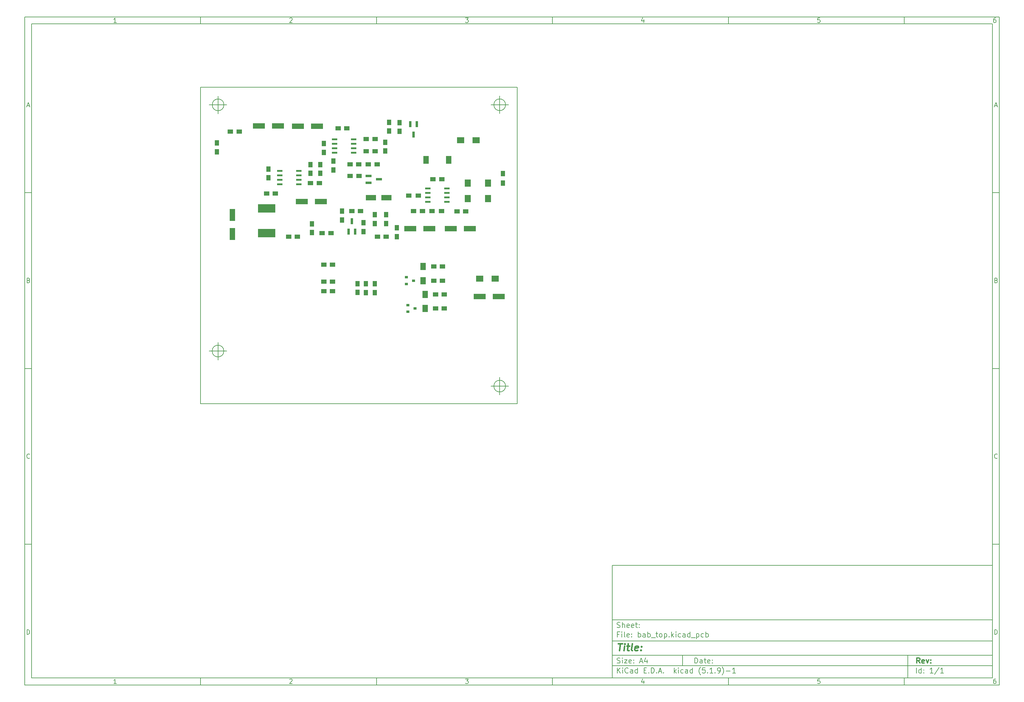
<source format=gbr>
G04 #@! TF.GenerationSoftware,KiCad,Pcbnew,(5.1.9)-1*
G04 #@! TF.CreationDate,2021-04-11T12:34:00+02:00*
G04 #@! TF.ProjectId,bab_top,6261625f-746f-4702-9e6b-696361645f70,rev?*
G04 #@! TF.SameCoordinates,Original*
G04 #@! TF.FileFunction,Paste,Top*
G04 #@! TF.FilePolarity,Positive*
%FSLAX46Y46*%
G04 Gerber Fmt 4.6, Leading zero omitted, Abs format (unit mm)*
G04 Created by KiCad (PCBNEW (5.1.9)-1) date 2021-04-11 12:34:00*
%MOMM*%
%LPD*%
G01*
G04 APERTURE LIST*
%ADD10C,0.100000*%
%ADD11C,0.150000*%
%ADD12C,0.300000*%
%ADD13C,0.400000*%
G04 #@! TA.AperFunction,Profile*
%ADD14C,0.150000*%
G04 #@! TD*
%ADD15R,3.500000X1.600000*%
%ADD16R,2.100580X1.800860*%
%ADD17R,1.500000X1.250000*%
%ADD18R,1.250000X1.500000*%
%ADD19R,5.000000X2.400000*%
%ADD20R,1.500000X2.200000*%
%ADD21R,1.550000X0.600000*%
%ADD22R,1.300000X1.500000*%
%ADD23R,0.800100X1.800860*%
%ADD24R,1.800860X0.800100*%
%ADD25R,1.600000X2.000000*%
%ADD26R,0.900000X0.800000*%
%ADD27R,1.600000X3.500000*%
%ADD28R,3.000000X1.600000*%
%ADD29R,1.800860X2.100580*%
%ADD30R,1.500000X1.300000*%
G04 APERTURE END LIST*
D10*
D11*
X177002200Y-166007200D02*
X177002200Y-198007200D01*
X285002200Y-198007200D01*
X285002200Y-166007200D01*
X177002200Y-166007200D01*
D10*
D11*
X10000000Y-10000000D02*
X10000000Y-200007200D01*
X287002200Y-200007200D01*
X287002200Y-10000000D01*
X10000000Y-10000000D01*
D10*
D11*
X12000000Y-12000000D02*
X12000000Y-198007200D01*
X285002200Y-198007200D01*
X285002200Y-12000000D01*
X12000000Y-12000000D01*
D10*
D11*
X60000000Y-12000000D02*
X60000000Y-10000000D01*
D10*
D11*
X110000000Y-12000000D02*
X110000000Y-10000000D01*
D10*
D11*
X160000000Y-12000000D02*
X160000000Y-10000000D01*
D10*
D11*
X210000000Y-12000000D02*
X210000000Y-10000000D01*
D10*
D11*
X260000000Y-12000000D02*
X260000000Y-10000000D01*
D10*
D11*
X36065476Y-11588095D02*
X35322619Y-11588095D01*
X35694047Y-11588095D02*
X35694047Y-10288095D01*
X35570238Y-10473809D01*
X35446428Y-10597619D01*
X35322619Y-10659523D01*
D10*
D11*
X85322619Y-10411904D02*
X85384523Y-10350000D01*
X85508333Y-10288095D01*
X85817857Y-10288095D01*
X85941666Y-10350000D01*
X86003571Y-10411904D01*
X86065476Y-10535714D01*
X86065476Y-10659523D01*
X86003571Y-10845238D01*
X85260714Y-11588095D01*
X86065476Y-11588095D01*
D10*
D11*
X135260714Y-10288095D02*
X136065476Y-10288095D01*
X135632142Y-10783333D01*
X135817857Y-10783333D01*
X135941666Y-10845238D01*
X136003571Y-10907142D01*
X136065476Y-11030952D01*
X136065476Y-11340476D01*
X136003571Y-11464285D01*
X135941666Y-11526190D01*
X135817857Y-11588095D01*
X135446428Y-11588095D01*
X135322619Y-11526190D01*
X135260714Y-11464285D01*
D10*
D11*
X185941666Y-10721428D02*
X185941666Y-11588095D01*
X185632142Y-10226190D02*
X185322619Y-11154761D01*
X186127380Y-11154761D01*
D10*
D11*
X236003571Y-10288095D02*
X235384523Y-10288095D01*
X235322619Y-10907142D01*
X235384523Y-10845238D01*
X235508333Y-10783333D01*
X235817857Y-10783333D01*
X235941666Y-10845238D01*
X236003571Y-10907142D01*
X236065476Y-11030952D01*
X236065476Y-11340476D01*
X236003571Y-11464285D01*
X235941666Y-11526190D01*
X235817857Y-11588095D01*
X235508333Y-11588095D01*
X235384523Y-11526190D01*
X235322619Y-11464285D01*
D10*
D11*
X285941666Y-10288095D02*
X285694047Y-10288095D01*
X285570238Y-10350000D01*
X285508333Y-10411904D01*
X285384523Y-10597619D01*
X285322619Y-10845238D01*
X285322619Y-11340476D01*
X285384523Y-11464285D01*
X285446428Y-11526190D01*
X285570238Y-11588095D01*
X285817857Y-11588095D01*
X285941666Y-11526190D01*
X286003571Y-11464285D01*
X286065476Y-11340476D01*
X286065476Y-11030952D01*
X286003571Y-10907142D01*
X285941666Y-10845238D01*
X285817857Y-10783333D01*
X285570238Y-10783333D01*
X285446428Y-10845238D01*
X285384523Y-10907142D01*
X285322619Y-11030952D01*
D10*
D11*
X60000000Y-198007200D02*
X60000000Y-200007200D01*
D10*
D11*
X110000000Y-198007200D02*
X110000000Y-200007200D01*
D10*
D11*
X160000000Y-198007200D02*
X160000000Y-200007200D01*
D10*
D11*
X210000000Y-198007200D02*
X210000000Y-200007200D01*
D10*
D11*
X260000000Y-198007200D02*
X260000000Y-200007200D01*
D10*
D11*
X36065476Y-199595295D02*
X35322619Y-199595295D01*
X35694047Y-199595295D02*
X35694047Y-198295295D01*
X35570238Y-198481009D01*
X35446428Y-198604819D01*
X35322619Y-198666723D01*
D10*
D11*
X85322619Y-198419104D02*
X85384523Y-198357200D01*
X85508333Y-198295295D01*
X85817857Y-198295295D01*
X85941666Y-198357200D01*
X86003571Y-198419104D01*
X86065476Y-198542914D01*
X86065476Y-198666723D01*
X86003571Y-198852438D01*
X85260714Y-199595295D01*
X86065476Y-199595295D01*
D10*
D11*
X135260714Y-198295295D02*
X136065476Y-198295295D01*
X135632142Y-198790533D01*
X135817857Y-198790533D01*
X135941666Y-198852438D01*
X136003571Y-198914342D01*
X136065476Y-199038152D01*
X136065476Y-199347676D01*
X136003571Y-199471485D01*
X135941666Y-199533390D01*
X135817857Y-199595295D01*
X135446428Y-199595295D01*
X135322619Y-199533390D01*
X135260714Y-199471485D01*
D10*
D11*
X185941666Y-198728628D02*
X185941666Y-199595295D01*
X185632142Y-198233390D02*
X185322619Y-199161961D01*
X186127380Y-199161961D01*
D10*
D11*
X236003571Y-198295295D02*
X235384523Y-198295295D01*
X235322619Y-198914342D01*
X235384523Y-198852438D01*
X235508333Y-198790533D01*
X235817857Y-198790533D01*
X235941666Y-198852438D01*
X236003571Y-198914342D01*
X236065476Y-199038152D01*
X236065476Y-199347676D01*
X236003571Y-199471485D01*
X235941666Y-199533390D01*
X235817857Y-199595295D01*
X235508333Y-199595295D01*
X235384523Y-199533390D01*
X235322619Y-199471485D01*
D10*
D11*
X285941666Y-198295295D02*
X285694047Y-198295295D01*
X285570238Y-198357200D01*
X285508333Y-198419104D01*
X285384523Y-198604819D01*
X285322619Y-198852438D01*
X285322619Y-199347676D01*
X285384523Y-199471485D01*
X285446428Y-199533390D01*
X285570238Y-199595295D01*
X285817857Y-199595295D01*
X285941666Y-199533390D01*
X286003571Y-199471485D01*
X286065476Y-199347676D01*
X286065476Y-199038152D01*
X286003571Y-198914342D01*
X285941666Y-198852438D01*
X285817857Y-198790533D01*
X285570238Y-198790533D01*
X285446428Y-198852438D01*
X285384523Y-198914342D01*
X285322619Y-199038152D01*
D10*
D11*
X10000000Y-60000000D02*
X12000000Y-60000000D01*
D10*
D11*
X10000000Y-110000000D02*
X12000000Y-110000000D01*
D10*
D11*
X10000000Y-160000000D02*
X12000000Y-160000000D01*
D10*
D11*
X10690476Y-35216666D02*
X11309523Y-35216666D01*
X10566666Y-35588095D02*
X11000000Y-34288095D01*
X11433333Y-35588095D01*
D10*
D11*
X11092857Y-84907142D02*
X11278571Y-84969047D01*
X11340476Y-85030952D01*
X11402380Y-85154761D01*
X11402380Y-85340476D01*
X11340476Y-85464285D01*
X11278571Y-85526190D01*
X11154761Y-85588095D01*
X10659523Y-85588095D01*
X10659523Y-84288095D01*
X11092857Y-84288095D01*
X11216666Y-84350000D01*
X11278571Y-84411904D01*
X11340476Y-84535714D01*
X11340476Y-84659523D01*
X11278571Y-84783333D01*
X11216666Y-84845238D01*
X11092857Y-84907142D01*
X10659523Y-84907142D01*
D10*
D11*
X11402380Y-135464285D02*
X11340476Y-135526190D01*
X11154761Y-135588095D01*
X11030952Y-135588095D01*
X10845238Y-135526190D01*
X10721428Y-135402380D01*
X10659523Y-135278571D01*
X10597619Y-135030952D01*
X10597619Y-134845238D01*
X10659523Y-134597619D01*
X10721428Y-134473809D01*
X10845238Y-134350000D01*
X11030952Y-134288095D01*
X11154761Y-134288095D01*
X11340476Y-134350000D01*
X11402380Y-134411904D01*
D10*
D11*
X10659523Y-185588095D02*
X10659523Y-184288095D01*
X10969047Y-184288095D01*
X11154761Y-184350000D01*
X11278571Y-184473809D01*
X11340476Y-184597619D01*
X11402380Y-184845238D01*
X11402380Y-185030952D01*
X11340476Y-185278571D01*
X11278571Y-185402380D01*
X11154761Y-185526190D01*
X10969047Y-185588095D01*
X10659523Y-185588095D01*
D10*
D11*
X287002200Y-60000000D02*
X285002200Y-60000000D01*
D10*
D11*
X287002200Y-110000000D02*
X285002200Y-110000000D01*
D10*
D11*
X287002200Y-160000000D02*
X285002200Y-160000000D01*
D10*
D11*
X285692676Y-35216666D02*
X286311723Y-35216666D01*
X285568866Y-35588095D02*
X286002200Y-34288095D01*
X286435533Y-35588095D01*
D10*
D11*
X286095057Y-84907142D02*
X286280771Y-84969047D01*
X286342676Y-85030952D01*
X286404580Y-85154761D01*
X286404580Y-85340476D01*
X286342676Y-85464285D01*
X286280771Y-85526190D01*
X286156961Y-85588095D01*
X285661723Y-85588095D01*
X285661723Y-84288095D01*
X286095057Y-84288095D01*
X286218866Y-84350000D01*
X286280771Y-84411904D01*
X286342676Y-84535714D01*
X286342676Y-84659523D01*
X286280771Y-84783333D01*
X286218866Y-84845238D01*
X286095057Y-84907142D01*
X285661723Y-84907142D01*
D10*
D11*
X286404580Y-135464285D02*
X286342676Y-135526190D01*
X286156961Y-135588095D01*
X286033152Y-135588095D01*
X285847438Y-135526190D01*
X285723628Y-135402380D01*
X285661723Y-135278571D01*
X285599819Y-135030952D01*
X285599819Y-134845238D01*
X285661723Y-134597619D01*
X285723628Y-134473809D01*
X285847438Y-134350000D01*
X286033152Y-134288095D01*
X286156961Y-134288095D01*
X286342676Y-134350000D01*
X286404580Y-134411904D01*
D10*
D11*
X285661723Y-185588095D02*
X285661723Y-184288095D01*
X285971247Y-184288095D01*
X286156961Y-184350000D01*
X286280771Y-184473809D01*
X286342676Y-184597619D01*
X286404580Y-184845238D01*
X286404580Y-185030952D01*
X286342676Y-185278571D01*
X286280771Y-185402380D01*
X286156961Y-185526190D01*
X285971247Y-185588095D01*
X285661723Y-185588095D01*
D10*
D11*
X200434342Y-193785771D02*
X200434342Y-192285771D01*
X200791485Y-192285771D01*
X201005771Y-192357200D01*
X201148628Y-192500057D01*
X201220057Y-192642914D01*
X201291485Y-192928628D01*
X201291485Y-193142914D01*
X201220057Y-193428628D01*
X201148628Y-193571485D01*
X201005771Y-193714342D01*
X200791485Y-193785771D01*
X200434342Y-193785771D01*
X202577200Y-193785771D02*
X202577200Y-193000057D01*
X202505771Y-192857200D01*
X202362914Y-192785771D01*
X202077200Y-192785771D01*
X201934342Y-192857200D01*
X202577200Y-193714342D02*
X202434342Y-193785771D01*
X202077200Y-193785771D01*
X201934342Y-193714342D01*
X201862914Y-193571485D01*
X201862914Y-193428628D01*
X201934342Y-193285771D01*
X202077200Y-193214342D01*
X202434342Y-193214342D01*
X202577200Y-193142914D01*
X203077200Y-192785771D02*
X203648628Y-192785771D01*
X203291485Y-192285771D02*
X203291485Y-193571485D01*
X203362914Y-193714342D01*
X203505771Y-193785771D01*
X203648628Y-193785771D01*
X204720057Y-193714342D02*
X204577200Y-193785771D01*
X204291485Y-193785771D01*
X204148628Y-193714342D01*
X204077200Y-193571485D01*
X204077200Y-193000057D01*
X204148628Y-192857200D01*
X204291485Y-192785771D01*
X204577200Y-192785771D01*
X204720057Y-192857200D01*
X204791485Y-193000057D01*
X204791485Y-193142914D01*
X204077200Y-193285771D01*
X205434342Y-193642914D02*
X205505771Y-193714342D01*
X205434342Y-193785771D01*
X205362914Y-193714342D01*
X205434342Y-193642914D01*
X205434342Y-193785771D01*
X205434342Y-192857200D02*
X205505771Y-192928628D01*
X205434342Y-193000057D01*
X205362914Y-192928628D01*
X205434342Y-192857200D01*
X205434342Y-193000057D01*
D10*
D11*
X177002200Y-194507200D02*
X285002200Y-194507200D01*
D10*
D11*
X178434342Y-196585771D02*
X178434342Y-195085771D01*
X179291485Y-196585771D02*
X178648628Y-195728628D01*
X179291485Y-195085771D02*
X178434342Y-195942914D01*
X179934342Y-196585771D02*
X179934342Y-195585771D01*
X179934342Y-195085771D02*
X179862914Y-195157200D01*
X179934342Y-195228628D01*
X180005771Y-195157200D01*
X179934342Y-195085771D01*
X179934342Y-195228628D01*
X181505771Y-196442914D02*
X181434342Y-196514342D01*
X181220057Y-196585771D01*
X181077200Y-196585771D01*
X180862914Y-196514342D01*
X180720057Y-196371485D01*
X180648628Y-196228628D01*
X180577200Y-195942914D01*
X180577200Y-195728628D01*
X180648628Y-195442914D01*
X180720057Y-195300057D01*
X180862914Y-195157200D01*
X181077200Y-195085771D01*
X181220057Y-195085771D01*
X181434342Y-195157200D01*
X181505771Y-195228628D01*
X182791485Y-196585771D02*
X182791485Y-195800057D01*
X182720057Y-195657200D01*
X182577200Y-195585771D01*
X182291485Y-195585771D01*
X182148628Y-195657200D01*
X182791485Y-196514342D02*
X182648628Y-196585771D01*
X182291485Y-196585771D01*
X182148628Y-196514342D01*
X182077200Y-196371485D01*
X182077200Y-196228628D01*
X182148628Y-196085771D01*
X182291485Y-196014342D01*
X182648628Y-196014342D01*
X182791485Y-195942914D01*
X184148628Y-196585771D02*
X184148628Y-195085771D01*
X184148628Y-196514342D02*
X184005771Y-196585771D01*
X183720057Y-196585771D01*
X183577200Y-196514342D01*
X183505771Y-196442914D01*
X183434342Y-196300057D01*
X183434342Y-195871485D01*
X183505771Y-195728628D01*
X183577200Y-195657200D01*
X183720057Y-195585771D01*
X184005771Y-195585771D01*
X184148628Y-195657200D01*
X186005771Y-195800057D02*
X186505771Y-195800057D01*
X186720057Y-196585771D02*
X186005771Y-196585771D01*
X186005771Y-195085771D01*
X186720057Y-195085771D01*
X187362914Y-196442914D02*
X187434342Y-196514342D01*
X187362914Y-196585771D01*
X187291485Y-196514342D01*
X187362914Y-196442914D01*
X187362914Y-196585771D01*
X188077200Y-196585771D02*
X188077200Y-195085771D01*
X188434342Y-195085771D01*
X188648628Y-195157200D01*
X188791485Y-195300057D01*
X188862914Y-195442914D01*
X188934342Y-195728628D01*
X188934342Y-195942914D01*
X188862914Y-196228628D01*
X188791485Y-196371485D01*
X188648628Y-196514342D01*
X188434342Y-196585771D01*
X188077200Y-196585771D01*
X189577200Y-196442914D02*
X189648628Y-196514342D01*
X189577200Y-196585771D01*
X189505771Y-196514342D01*
X189577200Y-196442914D01*
X189577200Y-196585771D01*
X190220057Y-196157200D02*
X190934342Y-196157200D01*
X190077200Y-196585771D02*
X190577200Y-195085771D01*
X191077200Y-196585771D01*
X191577200Y-196442914D02*
X191648628Y-196514342D01*
X191577200Y-196585771D01*
X191505771Y-196514342D01*
X191577200Y-196442914D01*
X191577200Y-196585771D01*
X194577200Y-196585771D02*
X194577200Y-195085771D01*
X194720057Y-196014342D02*
X195148628Y-196585771D01*
X195148628Y-195585771D02*
X194577200Y-196157200D01*
X195791485Y-196585771D02*
X195791485Y-195585771D01*
X195791485Y-195085771D02*
X195720057Y-195157200D01*
X195791485Y-195228628D01*
X195862914Y-195157200D01*
X195791485Y-195085771D01*
X195791485Y-195228628D01*
X197148628Y-196514342D02*
X197005771Y-196585771D01*
X196720057Y-196585771D01*
X196577200Y-196514342D01*
X196505771Y-196442914D01*
X196434342Y-196300057D01*
X196434342Y-195871485D01*
X196505771Y-195728628D01*
X196577200Y-195657200D01*
X196720057Y-195585771D01*
X197005771Y-195585771D01*
X197148628Y-195657200D01*
X198434342Y-196585771D02*
X198434342Y-195800057D01*
X198362914Y-195657200D01*
X198220057Y-195585771D01*
X197934342Y-195585771D01*
X197791485Y-195657200D01*
X198434342Y-196514342D02*
X198291485Y-196585771D01*
X197934342Y-196585771D01*
X197791485Y-196514342D01*
X197720057Y-196371485D01*
X197720057Y-196228628D01*
X197791485Y-196085771D01*
X197934342Y-196014342D01*
X198291485Y-196014342D01*
X198434342Y-195942914D01*
X199791485Y-196585771D02*
X199791485Y-195085771D01*
X199791485Y-196514342D02*
X199648628Y-196585771D01*
X199362914Y-196585771D01*
X199220057Y-196514342D01*
X199148628Y-196442914D01*
X199077200Y-196300057D01*
X199077200Y-195871485D01*
X199148628Y-195728628D01*
X199220057Y-195657200D01*
X199362914Y-195585771D01*
X199648628Y-195585771D01*
X199791485Y-195657200D01*
X202077200Y-197157200D02*
X202005771Y-197085771D01*
X201862914Y-196871485D01*
X201791485Y-196728628D01*
X201720057Y-196514342D01*
X201648628Y-196157200D01*
X201648628Y-195871485D01*
X201720057Y-195514342D01*
X201791485Y-195300057D01*
X201862914Y-195157200D01*
X202005771Y-194942914D01*
X202077200Y-194871485D01*
X203362914Y-195085771D02*
X202648628Y-195085771D01*
X202577200Y-195800057D01*
X202648628Y-195728628D01*
X202791485Y-195657200D01*
X203148628Y-195657200D01*
X203291485Y-195728628D01*
X203362914Y-195800057D01*
X203434342Y-195942914D01*
X203434342Y-196300057D01*
X203362914Y-196442914D01*
X203291485Y-196514342D01*
X203148628Y-196585771D01*
X202791485Y-196585771D01*
X202648628Y-196514342D01*
X202577200Y-196442914D01*
X204077200Y-196442914D02*
X204148628Y-196514342D01*
X204077200Y-196585771D01*
X204005771Y-196514342D01*
X204077200Y-196442914D01*
X204077200Y-196585771D01*
X205577200Y-196585771D02*
X204720057Y-196585771D01*
X205148628Y-196585771D02*
X205148628Y-195085771D01*
X205005771Y-195300057D01*
X204862914Y-195442914D01*
X204720057Y-195514342D01*
X206220057Y-196442914D02*
X206291485Y-196514342D01*
X206220057Y-196585771D01*
X206148628Y-196514342D01*
X206220057Y-196442914D01*
X206220057Y-196585771D01*
X207005771Y-196585771D02*
X207291485Y-196585771D01*
X207434342Y-196514342D01*
X207505771Y-196442914D01*
X207648628Y-196228628D01*
X207720057Y-195942914D01*
X207720057Y-195371485D01*
X207648628Y-195228628D01*
X207577200Y-195157200D01*
X207434342Y-195085771D01*
X207148628Y-195085771D01*
X207005771Y-195157200D01*
X206934342Y-195228628D01*
X206862914Y-195371485D01*
X206862914Y-195728628D01*
X206934342Y-195871485D01*
X207005771Y-195942914D01*
X207148628Y-196014342D01*
X207434342Y-196014342D01*
X207577200Y-195942914D01*
X207648628Y-195871485D01*
X207720057Y-195728628D01*
X208220057Y-197157200D02*
X208291485Y-197085771D01*
X208434342Y-196871485D01*
X208505771Y-196728628D01*
X208577200Y-196514342D01*
X208648628Y-196157200D01*
X208648628Y-195871485D01*
X208577200Y-195514342D01*
X208505771Y-195300057D01*
X208434342Y-195157200D01*
X208291485Y-194942914D01*
X208220057Y-194871485D01*
X209362914Y-196014342D02*
X210505771Y-196014342D01*
X212005771Y-196585771D02*
X211148628Y-196585771D01*
X211577200Y-196585771D02*
X211577200Y-195085771D01*
X211434342Y-195300057D01*
X211291485Y-195442914D01*
X211148628Y-195514342D01*
D10*
D11*
X177002200Y-191507200D02*
X285002200Y-191507200D01*
D10*
D12*
X264411485Y-193785771D02*
X263911485Y-193071485D01*
X263554342Y-193785771D02*
X263554342Y-192285771D01*
X264125771Y-192285771D01*
X264268628Y-192357200D01*
X264340057Y-192428628D01*
X264411485Y-192571485D01*
X264411485Y-192785771D01*
X264340057Y-192928628D01*
X264268628Y-193000057D01*
X264125771Y-193071485D01*
X263554342Y-193071485D01*
X265625771Y-193714342D02*
X265482914Y-193785771D01*
X265197200Y-193785771D01*
X265054342Y-193714342D01*
X264982914Y-193571485D01*
X264982914Y-193000057D01*
X265054342Y-192857200D01*
X265197200Y-192785771D01*
X265482914Y-192785771D01*
X265625771Y-192857200D01*
X265697200Y-193000057D01*
X265697200Y-193142914D01*
X264982914Y-193285771D01*
X266197200Y-192785771D02*
X266554342Y-193785771D01*
X266911485Y-192785771D01*
X267482914Y-193642914D02*
X267554342Y-193714342D01*
X267482914Y-193785771D01*
X267411485Y-193714342D01*
X267482914Y-193642914D01*
X267482914Y-193785771D01*
X267482914Y-192857200D02*
X267554342Y-192928628D01*
X267482914Y-193000057D01*
X267411485Y-192928628D01*
X267482914Y-192857200D01*
X267482914Y-193000057D01*
D10*
D11*
X178362914Y-193714342D02*
X178577200Y-193785771D01*
X178934342Y-193785771D01*
X179077200Y-193714342D01*
X179148628Y-193642914D01*
X179220057Y-193500057D01*
X179220057Y-193357200D01*
X179148628Y-193214342D01*
X179077200Y-193142914D01*
X178934342Y-193071485D01*
X178648628Y-193000057D01*
X178505771Y-192928628D01*
X178434342Y-192857200D01*
X178362914Y-192714342D01*
X178362914Y-192571485D01*
X178434342Y-192428628D01*
X178505771Y-192357200D01*
X178648628Y-192285771D01*
X179005771Y-192285771D01*
X179220057Y-192357200D01*
X179862914Y-193785771D02*
X179862914Y-192785771D01*
X179862914Y-192285771D02*
X179791485Y-192357200D01*
X179862914Y-192428628D01*
X179934342Y-192357200D01*
X179862914Y-192285771D01*
X179862914Y-192428628D01*
X180434342Y-192785771D02*
X181220057Y-192785771D01*
X180434342Y-193785771D01*
X181220057Y-193785771D01*
X182362914Y-193714342D02*
X182220057Y-193785771D01*
X181934342Y-193785771D01*
X181791485Y-193714342D01*
X181720057Y-193571485D01*
X181720057Y-193000057D01*
X181791485Y-192857200D01*
X181934342Y-192785771D01*
X182220057Y-192785771D01*
X182362914Y-192857200D01*
X182434342Y-193000057D01*
X182434342Y-193142914D01*
X181720057Y-193285771D01*
X183077200Y-193642914D02*
X183148628Y-193714342D01*
X183077200Y-193785771D01*
X183005771Y-193714342D01*
X183077200Y-193642914D01*
X183077200Y-193785771D01*
X183077200Y-192857200D02*
X183148628Y-192928628D01*
X183077200Y-193000057D01*
X183005771Y-192928628D01*
X183077200Y-192857200D01*
X183077200Y-193000057D01*
X184862914Y-193357200D02*
X185577200Y-193357200D01*
X184720057Y-193785771D02*
X185220057Y-192285771D01*
X185720057Y-193785771D01*
X186862914Y-192785771D02*
X186862914Y-193785771D01*
X186505771Y-192214342D02*
X186148628Y-193285771D01*
X187077200Y-193285771D01*
D10*
D11*
X263434342Y-196585771D02*
X263434342Y-195085771D01*
X264791485Y-196585771D02*
X264791485Y-195085771D01*
X264791485Y-196514342D02*
X264648628Y-196585771D01*
X264362914Y-196585771D01*
X264220057Y-196514342D01*
X264148628Y-196442914D01*
X264077200Y-196300057D01*
X264077200Y-195871485D01*
X264148628Y-195728628D01*
X264220057Y-195657200D01*
X264362914Y-195585771D01*
X264648628Y-195585771D01*
X264791485Y-195657200D01*
X265505771Y-196442914D02*
X265577200Y-196514342D01*
X265505771Y-196585771D01*
X265434342Y-196514342D01*
X265505771Y-196442914D01*
X265505771Y-196585771D01*
X265505771Y-195657200D02*
X265577200Y-195728628D01*
X265505771Y-195800057D01*
X265434342Y-195728628D01*
X265505771Y-195657200D01*
X265505771Y-195800057D01*
X268148628Y-196585771D02*
X267291485Y-196585771D01*
X267720057Y-196585771D02*
X267720057Y-195085771D01*
X267577200Y-195300057D01*
X267434342Y-195442914D01*
X267291485Y-195514342D01*
X269862914Y-195014342D02*
X268577200Y-196942914D01*
X271148628Y-196585771D02*
X270291485Y-196585771D01*
X270720057Y-196585771D02*
X270720057Y-195085771D01*
X270577200Y-195300057D01*
X270434342Y-195442914D01*
X270291485Y-195514342D01*
D10*
D11*
X177002200Y-187507200D02*
X285002200Y-187507200D01*
D10*
D13*
X178714580Y-188211961D02*
X179857438Y-188211961D01*
X179036009Y-190211961D02*
X179286009Y-188211961D01*
X180274104Y-190211961D02*
X180440771Y-188878628D01*
X180524104Y-188211961D02*
X180416961Y-188307200D01*
X180500295Y-188402438D01*
X180607438Y-188307200D01*
X180524104Y-188211961D01*
X180500295Y-188402438D01*
X181107438Y-188878628D02*
X181869342Y-188878628D01*
X181476485Y-188211961D02*
X181262200Y-189926247D01*
X181333628Y-190116723D01*
X181512200Y-190211961D01*
X181702676Y-190211961D01*
X182655057Y-190211961D02*
X182476485Y-190116723D01*
X182405057Y-189926247D01*
X182619342Y-188211961D01*
X184190771Y-190116723D02*
X183988390Y-190211961D01*
X183607438Y-190211961D01*
X183428866Y-190116723D01*
X183357438Y-189926247D01*
X183452676Y-189164342D01*
X183571723Y-188973866D01*
X183774104Y-188878628D01*
X184155057Y-188878628D01*
X184333628Y-188973866D01*
X184405057Y-189164342D01*
X184381247Y-189354819D01*
X183405057Y-189545295D01*
X185155057Y-190021485D02*
X185238390Y-190116723D01*
X185131247Y-190211961D01*
X185047914Y-190116723D01*
X185155057Y-190021485D01*
X185131247Y-190211961D01*
X185286009Y-188973866D02*
X185369342Y-189069104D01*
X185262200Y-189164342D01*
X185178866Y-189069104D01*
X185286009Y-188973866D01*
X185262200Y-189164342D01*
D10*
D11*
X178934342Y-185600057D02*
X178434342Y-185600057D01*
X178434342Y-186385771D02*
X178434342Y-184885771D01*
X179148628Y-184885771D01*
X179720057Y-186385771D02*
X179720057Y-185385771D01*
X179720057Y-184885771D02*
X179648628Y-184957200D01*
X179720057Y-185028628D01*
X179791485Y-184957200D01*
X179720057Y-184885771D01*
X179720057Y-185028628D01*
X180648628Y-186385771D02*
X180505771Y-186314342D01*
X180434342Y-186171485D01*
X180434342Y-184885771D01*
X181791485Y-186314342D02*
X181648628Y-186385771D01*
X181362914Y-186385771D01*
X181220057Y-186314342D01*
X181148628Y-186171485D01*
X181148628Y-185600057D01*
X181220057Y-185457200D01*
X181362914Y-185385771D01*
X181648628Y-185385771D01*
X181791485Y-185457200D01*
X181862914Y-185600057D01*
X181862914Y-185742914D01*
X181148628Y-185885771D01*
X182505771Y-186242914D02*
X182577200Y-186314342D01*
X182505771Y-186385771D01*
X182434342Y-186314342D01*
X182505771Y-186242914D01*
X182505771Y-186385771D01*
X182505771Y-185457200D02*
X182577200Y-185528628D01*
X182505771Y-185600057D01*
X182434342Y-185528628D01*
X182505771Y-185457200D01*
X182505771Y-185600057D01*
X184362914Y-186385771D02*
X184362914Y-184885771D01*
X184362914Y-185457200D02*
X184505771Y-185385771D01*
X184791485Y-185385771D01*
X184934342Y-185457200D01*
X185005771Y-185528628D01*
X185077200Y-185671485D01*
X185077200Y-186100057D01*
X185005771Y-186242914D01*
X184934342Y-186314342D01*
X184791485Y-186385771D01*
X184505771Y-186385771D01*
X184362914Y-186314342D01*
X186362914Y-186385771D02*
X186362914Y-185600057D01*
X186291485Y-185457200D01*
X186148628Y-185385771D01*
X185862914Y-185385771D01*
X185720057Y-185457200D01*
X186362914Y-186314342D02*
X186220057Y-186385771D01*
X185862914Y-186385771D01*
X185720057Y-186314342D01*
X185648628Y-186171485D01*
X185648628Y-186028628D01*
X185720057Y-185885771D01*
X185862914Y-185814342D01*
X186220057Y-185814342D01*
X186362914Y-185742914D01*
X187077200Y-186385771D02*
X187077200Y-184885771D01*
X187077200Y-185457200D02*
X187220057Y-185385771D01*
X187505771Y-185385771D01*
X187648628Y-185457200D01*
X187720057Y-185528628D01*
X187791485Y-185671485D01*
X187791485Y-186100057D01*
X187720057Y-186242914D01*
X187648628Y-186314342D01*
X187505771Y-186385771D01*
X187220057Y-186385771D01*
X187077200Y-186314342D01*
X188077200Y-186528628D02*
X189220057Y-186528628D01*
X189362914Y-185385771D02*
X189934342Y-185385771D01*
X189577200Y-184885771D02*
X189577200Y-186171485D01*
X189648628Y-186314342D01*
X189791485Y-186385771D01*
X189934342Y-186385771D01*
X190648628Y-186385771D02*
X190505771Y-186314342D01*
X190434342Y-186242914D01*
X190362914Y-186100057D01*
X190362914Y-185671485D01*
X190434342Y-185528628D01*
X190505771Y-185457200D01*
X190648628Y-185385771D01*
X190862914Y-185385771D01*
X191005771Y-185457200D01*
X191077200Y-185528628D01*
X191148628Y-185671485D01*
X191148628Y-186100057D01*
X191077200Y-186242914D01*
X191005771Y-186314342D01*
X190862914Y-186385771D01*
X190648628Y-186385771D01*
X191791485Y-185385771D02*
X191791485Y-186885771D01*
X191791485Y-185457200D02*
X191934342Y-185385771D01*
X192220057Y-185385771D01*
X192362914Y-185457200D01*
X192434342Y-185528628D01*
X192505771Y-185671485D01*
X192505771Y-186100057D01*
X192434342Y-186242914D01*
X192362914Y-186314342D01*
X192220057Y-186385771D01*
X191934342Y-186385771D01*
X191791485Y-186314342D01*
X193148628Y-186242914D02*
X193220057Y-186314342D01*
X193148628Y-186385771D01*
X193077200Y-186314342D01*
X193148628Y-186242914D01*
X193148628Y-186385771D01*
X193862914Y-186385771D02*
X193862914Y-184885771D01*
X194005771Y-185814342D02*
X194434342Y-186385771D01*
X194434342Y-185385771D02*
X193862914Y-185957200D01*
X195077200Y-186385771D02*
X195077200Y-185385771D01*
X195077200Y-184885771D02*
X195005771Y-184957200D01*
X195077200Y-185028628D01*
X195148628Y-184957200D01*
X195077200Y-184885771D01*
X195077200Y-185028628D01*
X196434342Y-186314342D02*
X196291485Y-186385771D01*
X196005771Y-186385771D01*
X195862914Y-186314342D01*
X195791485Y-186242914D01*
X195720057Y-186100057D01*
X195720057Y-185671485D01*
X195791485Y-185528628D01*
X195862914Y-185457200D01*
X196005771Y-185385771D01*
X196291485Y-185385771D01*
X196434342Y-185457200D01*
X197720057Y-186385771D02*
X197720057Y-185600057D01*
X197648628Y-185457200D01*
X197505771Y-185385771D01*
X197220057Y-185385771D01*
X197077200Y-185457200D01*
X197720057Y-186314342D02*
X197577200Y-186385771D01*
X197220057Y-186385771D01*
X197077200Y-186314342D01*
X197005771Y-186171485D01*
X197005771Y-186028628D01*
X197077200Y-185885771D01*
X197220057Y-185814342D01*
X197577200Y-185814342D01*
X197720057Y-185742914D01*
X199077200Y-186385771D02*
X199077200Y-184885771D01*
X199077200Y-186314342D02*
X198934342Y-186385771D01*
X198648628Y-186385771D01*
X198505771Y-186314342D01*
X198434342Y-186242914D01*
X198362914Y-186100057D01*
X198362914Y-185671485D01*
X198434342Y-185528628D01*
X198505771Y-185457200D01*
X198648628Y-185385771D01*
X198934342Y-185385771D01*
X199077200Y-185457200D01*
X199434342Y-186528628D02*
X200577200Y-186528628D01*
X200934342Y-185385771D02*
X200934342Y-186885771D01*
X200934342Y-185457200D02*
X201077200Y-185385771D01*
X201362914Y-185385771D01*
X201505771Y-185457200D01*
X201577200Y-185528628D01*
X201648628Y-185671485D01*
X201648628Y-186100057D01*
X201577200Y-186242914D01*
X201505771Y-186314342D01*
X201362914Y-186385771D01*
X201077200Y-186385771D01*
X200934342Y-186314342D01*
X202934342Y-186314342D02*
X202791485Y-186385771D01*
X202505771Y-186385771D01*
X202362914Y-186314342D01*
X202291485Y-186242914D01*
X202220057Y-186100057D01*
X202220057Y-185671485D01*
X202291485Y-185528628D01*
X202362914Y-185457200D01*
X202505771Y-185385771D01*
X202791485Y-185385771D01*
X202934342Y-185457200D01*
X203577200Y-186385771D02*
X203577200Y-184885771D01*
X203577200Y-185457200D02*
X203720057Y-185385771D01*
X204005771Y-185385771D01*
X204148628Y-185457200D01*
X204220057Y-185528628D01*
X204291485Y-185671485D01*
X204291485Y-186100057D01*
X204220057Y-186242914D01*
X204148628Y-186314342D01*
X204005771Y-186385771D01*
X203720057Y-186385771D01*
X203577200Y-186314342D01*
D10*
D11*
X177002200Y-181507200D02*
X285002200Y-181507200D01*
D10*
D11*
X178362914Y-183614342D02*
X178577200Y-183685771D01*
X178934342Y-183685771D01*
X179077200Y-183614342D01*
X179148628Y-183542914D01*
X179220057Y-183400057D01*
X179220057Y-183257200D01*
X179148628Y-183114342D01*
X179077200Y-183042914D01*
X178934342Y-182971485D01*
X178648628Y-182900057D01*
X178505771Y-182828628D01*
X178434342Y-182757200D01*
X178362914Y-182614342D01*
X178362914Y-182471485D01*
X178434342Y-182328628D01*
X178505771Y-182257200D01*
X178648628Y-182185771D01*
X179005771Y-182185771D01*
X179220057Y-182257200D01*
X179862914Y-183685771D02*
X179862914Y-182185771D01*
X180505771Y-183685771D02*
X180505771Y-182900057D01*
X180434342Y-182757200D01*
X180291485Y-182685771D01*
X180077200Y-182685771D01*
X179934342Y-182757200D01*
X179862914Y-182828628D01*
X181791485Y-183614342D02*
X181648628Y-183685771D01*
X181362914Y-183685771D01*
X181220057Y-183614342D01*
X181148628Y-183471485D01*
X181148628Y-182900057D01*
X181220057Y-182757200D01*
X181362914Y-182685771D01*
X181648628Y-182685771D01*
X181791485Y-182757200D01*
X181862914Y-182900057D01*
X181862914Y-183042914D01*
X181148628Y-183185771D01*
X183077200Y-183614342D02*
X182934342Y-183685771D01*
X182648628Y-183685771D01*
X182505771Y-183614342D01*
X182434342Y-183471485D01*
X182434342Y-182900057D01*
X182505771Y-182757200D01*
X182648628Y-182685771D01*
X182934342Y-182685771D01*
X183077200Y-182757200D01*
X183148628Y-182900057D01*
X183148628Y-183042914D01*
X182434342Y-183185771D01*
X183577200Y-182685771D02*
X184148628Y-182685771D01*
X183791485Y-182185771D02*
X183791485Y-183471485D01*
X183862914Y-183614342D01*
X184005771Y-183685771D01*
X184148628Y-183685771D01*
X184648628Y-183542914D02*
X184720057Y-183614342D01*
X184648628Y-183685771D01*
X184577200Y-183614342D01*
X184648628Y-183542914D01*
X184648628Y-183685771D01*
X184648628Y-182757200D02*
X184720057Y-182828628D01*
X184648628Y-182900057D01*
X184577200Y-182828628D01*
X184648628Y-182757200D01*
X184648628Y-182900057D01*
D10*
D11*
X197002200Y-191507200D02*
X197002200Y-194507200D01*
D10*
D11*
X261002200Y-191507200D02*
X261002200Y-198007200D01*
D14*
X150000000Y-30000000D02*
X150000000Y-120000000D01*
X60000000Y-30000000D02*
X60000000Y-120000000D01*
X150000000Y-30000000D02*
X60000000Y-30000000D01*
X60000000Y-120000000D02*
X150000000Y-120000000D01*
X146666666Y-115000000D02*
G75*
G03*
X146666666Y-115000000I-1666666J0D01*
G01*
X142500000Y-115000000D02*
X147500000Y-115000000D01*
X145000000Y-112500000D02*
X145000000Y-117500000D01*
X66633903Y-35008759D02*
G75*
G03*
X66633903Y-35008759I-1666666J0D01*
G01*
X62467237Y-35008759D02*
X67467237Y-35008759D01*
X64967237Y-32508759D02*
X64967237Y-37508759D01*
X66605474Y-105026938D02*
G75*
G03*
X66605474Y-105026938I-1666666J0D01*
G01*
X62438808Y-105026938D02*
X67438808Y-105026938D01*
X64938808Y-102526938D02*
X64938808Y-107526938D01*
X146666666Y-34989010D02*
G75*
G03*
X146666666Y-34989010I-1666666J0D01*
G01*
X142500000Y-34989010D02*
X147500000Y-34989010D01*
X145000000Y-32489010D02*
X145000000Y-37489010D01*
D15*
X94200000Y-62500000D03*
X88800000Y-62500000D03*
D16*
X139300360Y-84400000D03*
X143699640Y-84400000D03*
D17*
X97500000Y-80500000D03*
X95000000Y-80500000D03*
D18*
X109473381Y-88417265D03*
X109473381Y-85917265D03*
D19*
X78750000Y-71500000D03*
X78750000Y-64500000D03*
D18*
X79250000Y-53250000D03*
X79250000Y-55750000D03*
X94000000Y-52000000D03*
X94000000Y-54500000D03*
X116500000Y-42550000D03*
X116500000Y-40050000D03*
D17*
X135350000Y-65300000D03*
X132850000Y-65300000D03*
X126050000Y-56200000D03*
X128550000Y-56200000D03*
X120550000Y-65200000D03*
X123050000Y-65200000D03*
D20*
X130500000Y-50700000D03*
X124100000Y-50700000D03*
D18*
X104623381Y-85867265D03*
X104623381Y-88367265D03*
X106973381Y-88417265D03*
X106973381Y-85917265D03*
D17*
X87500000Y-72500000D03*
X85000000Y-72500000D03*
X81250000Y-60250000D03*
X78750000Y-60250000D03*
X101550000Y-41700000D03*
X99050000Y-41700000D03*
D18*
X95000000Y-46000000D03*
X95000000Y-48500000D03*
X64600000Y-48350000D03*
X64600000Y-45850000D03*
D17*
X70950000Y-42600000D03*
X68450000Y-42600000D03*
D18*
X91250000Y-52000000D03*
X91250000Y-54500000D03*
D17*
X91250000Y-57250000D03*
X93750000Y-57250000D03*
X102450000Y-51900000D03*
X104950000Y-51900000D03*
X107650000Y-51900000D03*
X110150000Y-51900000D03*
D18*
X112500000Y-45650000D03*
X112500000Y-48150000D03*
D17*
X107050000Y-48200000D03*
X109550000Y-48200000D03*
X109550000Y-44700000D03*
X107050000Y-44700000D03*
D18*
X113600000Y-42450000D03*
X113600000Y-39950000D03*
D21*
X82500000Y-53795000D03*
X82500000Y-55065000D03*
X82500000Y-56335000D03*
X82500000Y-57605000D03*
X87900000Y-57605000D03*
X87900000Y-56335000D03*
X87900000Y-55065000D03*
X87900000Y-53795000D03*
X98100000Y-44795000D03*
X98100000Y-46065000D03*
X98100000Y-47335000D03*
X98100000Y-48605000D03*
X103500000Y-48605000D03*
X103500000Y-47335000D03*
X103500000Y-46065000D03*
X103500000Y-44795000D03*
X124600000Y-58795000D03*
X124600000Y-60065000D03*
X124600000Y-61335000D03*
X124600000Y-62605000D03*
X130000000Y-62605000D03*
X130000000Y-61335000D03*
X130000000Y-60065000D03*
X130000000Y-58795000D03*
D22*
X145900000Y-57250000D03*
X145900000Y-54550000D03*
D18*
X91600000Y-68850000D03*
X91600000Y-71350000D03*
D17*
X112750000Y-72500000D03*
X110250000Y-72500000D03*
D23*
X102050000Y-71101140D03*
X103950000Y-71101140D03*
X103000000Y-68098860D03*
D17*
X94550000Y-71500000D03*
X97050000Y-71500000D03*
D18*
X100200000Y-67750000D03*
X100200000Y-65250000D03*
D17*
X102950000Y-65200000D03*
X105450000Y-65200000D03*
D18*
X106300000Y-71050000D03*
X106300000Y-68550000D03*
X115750000Y-72500000D03*
X115750000Y-70000000D03*
X97750000Y-53500000D03*
X97750000Y-51000000D03*
X109500000Y-66250000D03*
X109500000Y-68750000D03*
D17*
X97500000Y-85250000D03*
X95000000Y-85250000D03*
X97500000Y-88000000D03*
X95000000Y-88000000D03*
D24*
X107698860Y-55250000D03*
X107698860Y-57150000D03*
X110701140Y-56200000D03*
D23*
X121450000Y-40498860D03*
X119550000Y-40498860D03*
X120500000Y-43501140D03*
D17*
X105000000Y-55250000D03*
X102500000Y-55250000D03*
D18*
X112750000Y-68750000D03*
X112750000Y-66250000D03*
D25*
X123800000Y-92900000D03*
X123800000Y-88900000D03*
D17*
X129250000Y-88900000D03*
X126750000Y-88900000D03*
D25*
X123200000Y-81000000D03*
X123200000Y-85000000D03*
D17*
X126250000Y-81000000D03*
X128750000Y-81000000D03*
D15*
X144725001Y-89525001D03*
X139325001Y-89525001D03*
D26*
X120900000Y-92900000D03*
X118900000Y-93850000D03*
X118900000Y-91950000D03*
X118500000Y-84050000D03*
X118500000Y-85950000D03*
X120500000Y-85000000D03*
D15*
X81950000Y-41000000D03*
X76550000Y-41000000D03*
D27*
X69000000Y-71700000D03*
X69000000Y-66300000D03*
D28*
X108400000Y-61400000D03*
X112800000Y-61400000D03*
D15*
X93100000Y-41100000D03*
X87700000Y-41100000D03*
X131100000Y-70200000D03*
X136500000Y-70200000D03*
X119600000Y-70200000D03*
X125000000Y-70200000D03*
D29*
X141700000Y-57300360D03*
X141700000Y-61699640D03*
D16*
X133900360Y-45100000D03*
X138299640Y-45100000D03*
D29*
X135900000Y-57300360D03*
X135900000Y-61699640D03*
D17*
X126750000Y-92900000D03*
X129250000Y-92900000D03*
X128750000Y-85000000D03*
X126250000Y-85000000D03*
D30*
X119150000Y-60800000D03*
X121850000Y-60800000D03*
X128450000Y-65200000D03*
X125750000Y-65200000D03*
M02*

</source>
